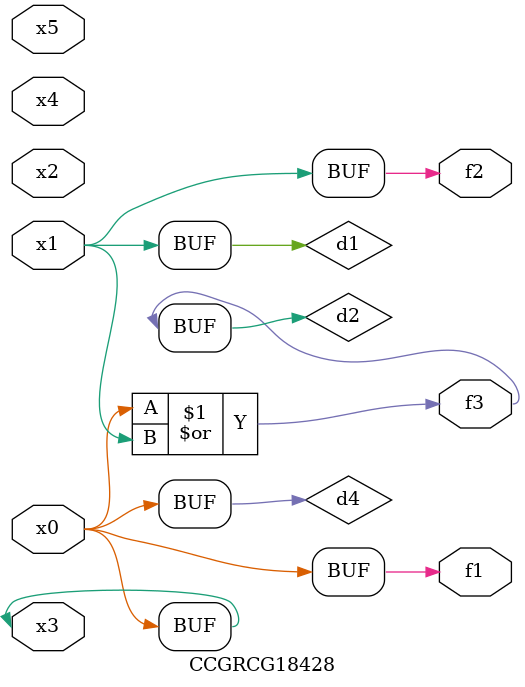
<source format=v>
module CCGRCG18428(
	input x0, x1, x2, x3, x4, x5,
	output f1, f2, f3
);

	wire d1, d2, d3, d4;

	and (d1, x1);
	or (d2, x0, x1);
	nand (d3, x0, x5);
	buf (d4, x0, x3);
	assign f1 = d4;
	assign f2 = d1;
	assign f3 = d2;
endmodule

</source>
